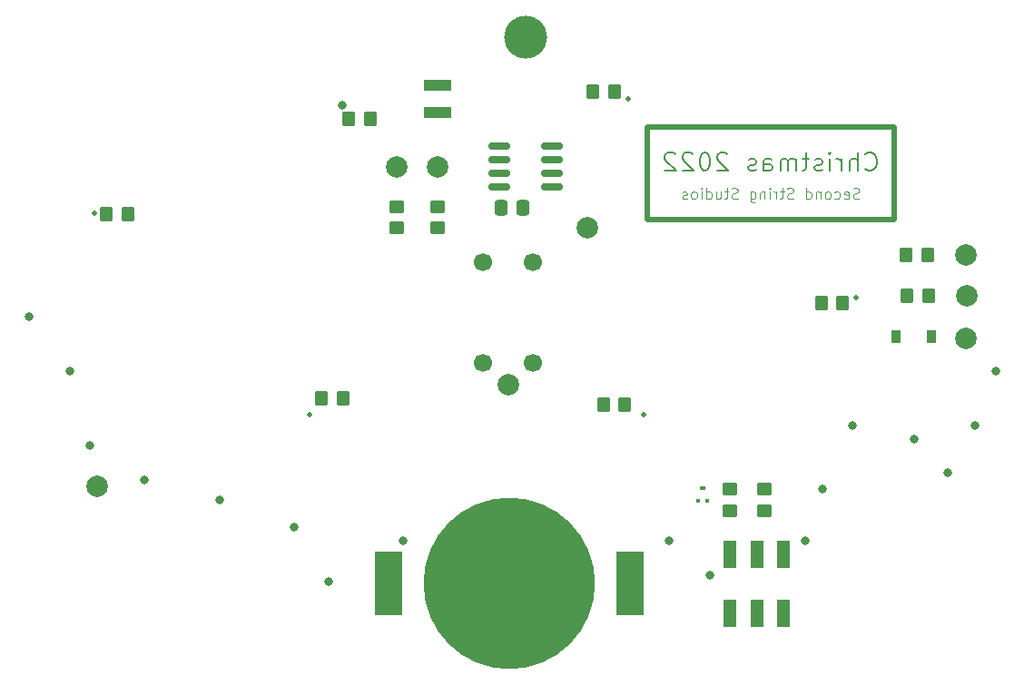
<source format=gbs>
%TF.GenerationSoftware,KiCad,Pcbnew,(6.0.2-0)*%
%TF.CreationDate,2022-12-05T13:59:39+01:00*%
%TF.ProjectId,ornament_2022,6f726e61-6d65-46e7-945f-323032322e6b,rev?*%
%TF.SameCoordinates,Original*%
%TF.FileFunction,Soldermask,Bot*%
%TF.FilePolarity,Negative*%
%FSLAX46Y46*%
G04 Gerber Fmt 4.6, Leading zero omitted, Abs format (unit mm)*
G04 Created by KiCad (PCBNEW (6.0.2-0)) date 2022-12-05 13:59:39*
%MOMM*%
%LPD*%
G01*
G04 APERTURE LIST*
G04 Aperture macros list*
%AMRoundRect*
0 Rectangle with rounded corners*
0 $1 Rounding radius*
0 $2 $3 $4 $5 $6 $7 $8 $9 X,Y pos of 4 corners*
0 Add a 4 corners polygon primitive as box body*
4,1,4,$2,$3,$4,$5,$6,$7,$8,$9,$2,$3,0*
0 Add four circle primitives for the rounded corners*
1,1,$1+$1,$2,$3*
1,1,$1+$1,$4,$5*
1,1,$1+$1,$6,$7*
1,1,$1+$1,$8,$9*
0 Add four rect primitives between the rounded corners*
20,1,$1+$1,$2,$3,$4,$5,0*
20,1,$1+$1,$4,$5,$6,$7,0*
20,1,$1+$1,$6,$7,$8,$9,0*
20,1,$1+$1,$8,$9,$2,$3,0*%
G04 Aperture macros list end*
%ADD10C,0.500000*%
%ADD11C,0.200000*%
%ADD12C,0.100000*%
%ADD13C,2.000000*%
%ADD14C,4.000000*%
%ADD15RoundRect,0.250000X-0.350000X-0.450000X0.350000X-0.450000X0.350000X0.450000X-0.350000X0.450000X0*%
%ADD16C,1.700000*%
%ADD17R,2.500000X1.000000*%
%ADD18RoundRect,0.250000X-0.450000X0.350000X-0.450000X-0.350000X0.450000X-0.350000X0.450000X0.350000X0*%
%ADD19RoundRect,0.250000X0.350000X0.450000X-0.350000X0.450000X-0.350000X-0.450000X0.350000X-0.450000X0*%
%ADD20RoundRect,0.250000X-0.337500X-0.475000X0.337500X-0.475000X0.337500X0.475000X-0.337500X0.475000X0*%
%ADD21R,0.400000X0.450000*%
%ADD22R,0.500000X0.450000*%
%ADD23RoundRect,0.250000X0.450000X-0.350000X0.450000X0.350000X-0.450000X0.350000X-0.450000X-0.350000X0*%
%ADD24R,0.900000X1.200000*%
%ADD25RoundRect,0.150000X-0.825000X-0.150000X0.825000X-0.150000X0.825000X0.150000X-0.825000X0.150000X0*%
%ADD26R,2.500000X6.000000*%
%ADD27C,16.000000*%
%ADD28R,1.200000X2.500000*%
%ADD29C,0.800000*%
%ADD30C,0.500000*%
G04 APERTURE END LIST*
D10*
X244538500Y-44577000D02*
X221551500Y-44577000D01*
X221551500Y-44577000D02*
X221551500Y-53213000D01*
X221551500Y-53213000D02*
X244538500Y-53213000D01*
X244538500Y-53213000D02*
X244538500Y-44577000D01*
D11*
X241868809Y-48486142D02*
X241949761Y-48567095D01*
X242192619Y-48648047D01*
X242354523Y-48648047D01*
X242597380Y-48567095D01*
X242759285Y-48405190D01*
X242840238Y-48243285D01*
X242921190Y-47919476D01*
X242921190Y-47676619D01*
X242840238Y-47352809D01*
X242759285Y-47190904D01*
X242597380Y-47029000D01*
X242354523Y-46948047D01*
X242192619Y-46948047D01*
X241949761Y-47029000D01*
X241868809Y-47109952D01*
X241140238Y-48648047D02*
X241140238Y-46948047D01*
X240411666Y-48648047D02*
X240411666Y-47757571D01*
X240492619Y-47595666D01*
X240654523Y-47514714D01*
X240897380Y-47514714D01*
X241059285Y-47595666D01*
X241140238Y-47676619D01*
X239602142Y-48648047D02*
X239602142Y-47514714D01*
X239602142Y-47838523D02*
X239521190Y-47676619D01*
X239440238Y-47595666D01*
X239278333Y-47514714D01*
X239116428Y-47514714D01*
X238549761Y-48648047D02*
X238549761Y-47514714D01*
X238549761Y-46948047D02*
X238630714Y-47029000D01*
X238549761Y-47109952D01*
X238468809Y-47029000D01*
X238549761Y-46948047D01*
X238549761Y-47109952D01*
X237821190Y-48567095D02*
X237659285Y-48648047D01*
X237335476Y-48648047D01*
X237173571Y-48567095D01*
X237092619Y-48405190D01*
X237092619Y-48324238D01*
X237173571Y-48162333D01*
X237335476Y-48081380D01*
X237578333Y-48081380D01*
X237740238Y-48000428D01*
X237821190Y-47838523D01*
X237821190Y-47757571D01*
X237740238Y-47595666D01*
X237578333Y-47514714D01*
X237335476Y-47514714D01*
X237173571Y-47595666D01*
X236606904Y-47514714D02*
X235959285Y-47514714D01*
X236364047Y-46948047D02*
X236364047Y-48405190D01*
X236283095Y-48567095D01*
X236121190Y-48648047D01*
X235959285Y-48648047D01*
X235392619Y-48648047D02*
X235392619Y-47514714D01*
X235392619Y-47676619D02*
X235311666Y-47595666D01*
X235149761Y-47514714D01*
X234906904Y-47514714D01*
X234745000Y-47595666D01*
X234664047Y-47757571D01*
X234664047Y-48648047D01*
X234664047Y-47757571D02*
X234583095Y-47595666D01*
X234421190Y-47514714D01*
X234178333Y-47514714D01*
X234016428Y-47595666D01*
X233935476Y-47757571D01*
X233935476Y-48648047D01*
X232397380Y-48648047D02*
X232397380Y-47757571D01*
X232478333Y-47595666D01*
X232640238Y-47514714D01*
X232964047Y-47514714D01*
X233125952Y-47595666D01*
X232397380Y-48567095D02*
X232559285Y-48648047D01*
X232964047Y-48648047D01*
X233125952Y-48567095D01*
X233206904Y-48405190D01*
X233206904Y-48243285D01*
X233125952Y-48081380D01*
X232964047Y-48000428D01*
X232559285Y-48000428D01*
X232397380Y-47919476D01*
X231668809Y-48567095D02*
X231506904Y-48648047D01*
X231183095Y-48648047D01*
X231021190Y-48567095D01*
X230940238Y-48405190D01*
X230940238Y-48324238D01*
X231021190Y-48162333D01*
X231183095Y-48081380D01*
X231425952Y-48081380D01*
X231587857Y-48000428D01*
X231668809Y-47838523D01*
X231668809Y-47757571D01*
X231587857Y-47595666D01*
X231425952Y-47514714D01*
X231183095Y-47514714D01*
X231021190Y-47595666D01*
X228997380Y-47109952D02*
X228916428Y-47029000D01*
X228754523Y-46948047D01*
X228349761Y-46948047D01*
X228187857Y-47029000D01*
X228106904Y-47109952D01*
X228025952Y-47271857D01*
X228025952Y-47433761D01*
X228106904Y-47676619D01*
X229078333Y-48648047D01*
X228025952Y-48648047D01*
X226973571Y-46948047D02*
X226811666Y-46948047D01*
X226649761Y-47029000D01*
X226568809Y-47109952D01*
X226487857Y-47271857D01*
X226406904Y-47595666D01*
X226406904Y-48000428D01*
X226487857Y-48324238D01*
X226568809Y-48486142D01*
X226649761Y-48567095D01*
X226811666Y-48648047D01*
X226973571Y-48648047D01*
X227135476Y-48567095D01*
X227216428Y-48486142D01*
X227297380Y-48324238D01*
X227378333Y-48000428D01*
X227378333Y-47595666D01*
X227297380Y-47271857D01*
X227216428Y-47109952D01*
X227135476Y-47029000D01*
X226973571Y-46948047D01*
X225759285Y-47109952D02*
X225678333Y-47029000D01*
X225516428Y-46948047D01*
X225111666Y-46948047D01*
X224949761Y-47029000D01*
X224868809Y-47109952D01*
X224787857Y-47271857D01*
X224787857Y-47433761D01*
X224868809Y-47676619D01*
X225840238Y-48648047D01*
X224787857Y-48648047D01*
X224140238Y-47109952D02*
X224059285Y-47029000D01*
X223897380Y-46948047D01*
X223492619Y-46948047D01*
X223330714Y-47029000D01*
X223249761Y-47109952D01*
X223168809Y-47271857D01*
X223168809Y-47433761D01*
X223249761Y-47676619D01*
X224221190Y-48648047D01*
X223168809Y-48648047D01*
D12*
X241283095Y-51204761D02*
X241140238Y-51252380D01*
X240902142Y-51252380D01*
X240806904Y-51204761D01*
X240759285Y-51157142D01*
X240711666Y-51061904D01*
X240711666Y-50966666D01*
X240759285Y-50871428D01*
X240806904Y-50823809D01*
X240902142Y-50776190D01*
X241092619Y-50728571D01*
X241187857Y-50680952D01*
X241235476Y-50633333D01*
X241283095Y-50538095D01*
X241283095Y-50442857D01*
X241235476Y-50347619D01*
X241187857Y-50300000D01*
X241092619Y-50252380D01*
X240854523Y-50252380D01*
X240711666Y-50300000D01*
X239902142Y-51204761D02*
X239997380Y-51252380D01*
X240187857Y-51252380D01*
X240283095Y-51204761D01*
X240330714Y-51109523D01*
X240330714Y-50728571D01*
X240283095Y-50633333D01*
X240187857Y-50585714D01*
X239997380Y-50585714D01*
X239902142Y-50633333D01*
X239854523Y-50728571D01*
X239854523Y-50823809D01*
X240330714Y-50919047D01*
X238997380Y-51204761D02*
X239092619Y-51252380D01*
X239283095Y-51252380D01*
X239378333Y-51204761D01*
X239425952Y-51157142D01*
X239473571Y-51061904D01*
X239473571Y-50776190D01*
X239425952Y-50680952D01*
X239378333Y-50633333D01*
X239283095Y-50585714D01*
X239092619Y-50585714D01*
X238997380Y-50633333D01*
X238425952Y-51252380D02*
X238521190Y-51204761D01*
X238568809Y-51157142D01*
X238616428Y-51061904D01*
X238616428Y-50776190D01*
X238568809Y-50680952D01*
X238521190Y-50633333D01*
X238425952Y-50585714D01*
X238283095Y-50585714D01*
X238187857Y-50633333D01*
X238140238Y-50680952D01*
X238092619Y-50776190D01*
X238092619Y-51061904D01*
X238140238Y-51157142D01*
X238187857Y-51204761D01*
X238283095Y-51252380D01*
X238425952Y-51252380D01*
X237664047Y-50585714D02*
X237664047Y-51252380D01*
X237664047Y-50680952D02*
X237616428Y-50633333D01*
X237521190Y-50585714D01*
X237378333Y-50585714D01*
X237283095Y-50633333D01*
X237235476Y-50728571D01*
X237235476Y-51252380D01*
X236330714Y-51252380D02*
X236330714Y-50252380D01*
X236330714Y-51204761D02*
X236425952Y-51252380D01*
X236616428Y-51252380D01*
X236711666Y-51204761D01*
X236759285Y-51157142D01*
X236806904Y-51061904D01*
X236806904Y-50776190D01*
X236759285Y-50680952D01*
X236711666Y-50633333D01*
X236616428Y-50585714D01*
X236425952Y-50585714D01*
X236330714Y-50633333D01*
X235140238Y-51204761D02*
X234997380Y-51252380D01*
X234759285Y-51252380D01*
X234664047Y-51204761D01*
X234616428Y-51157142D01*
X234568809Y-51061904D01*
X234568809Y-50966666D01*
X234616428Y-50871428D01*
X234664047Y-50823809D01*
X234759285Y-50776190D01*
X234949761Y-50728571D01*
X235045000Y-50680952D01*
X235092619Y-50633333D01*
X235140238Y-50538095D01*
X235140238Y-50442857D01*
X235092619Y-50347619D01*
X235045000Y-50300000D01*
X234949761Y-50252380D01*
X234711666Y-50252380D01*
X234568809Y-50300000D01*
X234283095Y-50585714D02*
X233902142Y-50585714D01*
X234140238Y-50252380D02*
X234140238Y-51109523D01*
X234092619Y-51204761D01*
X233997380Y-51252380D01*
X233902142Y-51252380D01*
X233568809Y-51252380D02*
X233568809Y-50585714D01*
X233568809Y-50776190D02*
X233521190Y-50680952D01*
X233473571Y-50633333D01*
X233378333Y-50585714D01*
X233283095Y-50585714D01*
X232949761Y-51252380D02*
X232949761Y-50585714D01*
X232949761Y-50252380D02*
X232997380Y-50300000D01*
X232949761Y-50347619D01*
X232902142Y-50300000D01*
X232949761Y-50252380D01*
X232949761Y-50347619D01*
X232473571Y-50585714D02*
X232473571Y-51252380D01*
X232473571Y-50680952D02*
X232425952Y-50633333D01*
X232330714Y-50585714D01*
X232187857Y-50585714D01*
X232092619Y-50633333D01*
X232045000Y-50728571D01*
X232045000Y-51252380D01*
X231140238Y-50585714D02*
X231140238Y-51395238D01*
X231187857Y-51490476D01*
X231235476Y-51538095D01*
X231330714Y-51585714D01*
X231473571Y-51585714D01*
X231568809Y-51538095D01*
X231140238Y-51204761D02*
X231235476Y-51252380D01*
X231425952Y-51252380D01*
X231521190Y-51204761D01*
X231568809Y-51157142D01*
X231616428Y-51061904D01*
X231616428Y-50776190D01*
X231568809Y-50680952D01*
X231521190Y-50633333D01*
X231425952Y-50585714D01*
X231235476Y-50585714D01*
X231140238Y-50633333D01*
X229949761Y-51204761D02*
X229806904Y-51252380D01*
X229568809Y-51252380D01*
X229473571Y-51204761D01*
X229425952Y-51157142D01*
X229378333Y-51061904D01*
X229378333Y-50966666D01*
X229425952Y-50871428D01*
X229473571Y-50823809D01*
X229568809Y-50776190D01*
X229759285Y-50728571D01*
X229854523Y-50680952D01*
X229902142Y-50633333D01*
X229949761Y-50538095D01*
X229949761Y-50442857D01*
X229902142Y-50347619D01*
X229854523Y-50300000D01*
X229759285Y-50252380D01*
X229521190Y-50252380D01*
X229378333Y-50300000D01*
X229092619Y-50585714D02*
X228711666Y-50585714D01*
X228949761Y-50252380D02*
X228949761Y-51109523D01*
X228902142Y-51204761D01*
X228806904Y-51252380D01*
X228711666Y-51252380D01*
X227949761Y-50585714D02*
X227949761Y-51252380D01*
X228378333Y-50585714D02*
X228378333Y-51109523D01*
X228330714Y-51204761D01*
X228235476Y-51252380D01*
X228092619Y-51252380D01*
X227997380Y-51204761D01*
X227949761Y-51157142D01*
X227045000Y-51252380D02*
X227045000Y-50252380D01*
X227045000Y-51204761D02*
X227140238Y-51252380D01*
X227330714Y-51252380D01*
X227425952Y-51204761D01*
X227473571Y-51157142D01*
X227521190Y-51061904D01*
X227521190Y-50776190D01*
X227473571Y-50680952D01*
X227425952Y-50633333D01*
X227330714Y-50585714D01*
X227140238Y-50585714D01*
X227045000Y-50633333D01*
X226568809Y-51252380D02*
X226568809Y-50585714D01*
X226568809Y-50252380D02*
X226616428Y-50300000D01*
X226568809Y-50347619D01*
X226521190Y-50300000D01*
X226568809Y-50252380D01*
X226568809Y-50347619D01*
X225949761Y-51252380D02*
X226045000Y-51204761D01*
X226092619Y-51157142D01*
X226140238Y-51061904D01*
X226140238Y-50776190D01*
X226092619Y-50680952D01*
X226045000Y-50633333D01*
X225949761Y-50585714D01*
X225806904Y-50585714D01*
X225711666Y-50633333D01*
X225664047Y-50680952D01*
X225616428Y-50776190D01*
X225616428Y-51061904D01*
X225664047Y-51157142D01*
X225711666Y-51204761D01*
X225806904Y-51252380D01*
X225949761Y-51252380D01*
X225235476Y-51204761D02*
X225140238Y-51252380D01*
X224949761Y-51252380D01*
X224854523Y-51204761D01*
X224806904Y-51109523D01*
X224806904Y-51061904D01*
X224854523Y-50966666D01*
X224949761Y-50919047D01*
X225092619Y-50919047D01*
X225187857Y-50871428D01*
X225235476Y-50776190D01*
X225235476Y-50728571D01*
X225187857Y-50633333D01*
X225092619Y-50585714D01*
X224949761Y-50585714D01*
X224854523Y-50633333D01*
D13*
%TO.C,TP5*%
X208534000Y-68580000D03*
%TD*%
%TO.C,TP8*%
X251301954Y-60325000D03*
%TD*%
%TO.C,TP7*%
X251248826Y-56515000D03*
%TD*%
%TO.C,TP6*%
X251248826Y-64243474D03*
%TD*%
%TO.C,TP2*%
X170180000Y-78105000D03*
%TD*%
D14*
%TO.C,REF\u002A\u002A*%
X210185000Y-36195000D03*
%TD*%
D15*
%TO.C,R2*%
X245650000Y-56515000D03*
X247650000Y-56515000D03*
%TD*%
D16*
%TO.C,J4*%
X206216954Y-57150000D03*
%TD*%
D13*
%TO.C,TP1*%
X215900000Y-53975000D03*
%TD*%
D17*
%TO.C,J2*%
X201930000Y-40640000D03*
X201930000Y-43180000D03*
%TD*%
D18*
%TO.C,R12*%
X198120000Y-51975000D03*
X198120000Y-53975000D03*
%TD*%
D13*
%TO.C,TP4*%
X198120000Y-48260000D03*
%TD*%
D15*
%TO.C,R8*%
X195675000Y-43815000D03*
X193675000Y-43815000D03*
%TD*%
D16*
%TO.C,J1*%
X210820000Y-57150000D03*
%TD*%
D18*
%TO.C,R11*%
X201930000Y-51975000D03*
X201930000Y-53975000D03*
%TD*%
D19*
%TO.C,R10*%
X247745000Y-60325000D03*
X245745000Y-60325000D03*
%TD*%
D13*
%TO.C,TP3*%
X201930000Y-48260000D03*
%TD*%
D20*
%TO.C,C1*%
X207877500Y-52070000D03*
X209952500Y-52070000D03*
%TD*%
D19*
%TO.C,R7*%
X219440000Y-70485000D03*
X217440000Y-70485000D03*
%TD*%
D21*
%TO.C,Q2*%
X227095000Y-79442000D03*
X226295000Y-79442000D03*
D22*
X226695000Y-78292000D03*
%TD*%
D23*
%TO.C,R1*%
X232410000Y-80375000D03*
X232410000Y-78375000D03*
%TD*%
D24*
%TO.C,D1*%
X244730000Y-64135000D03*
X248030000Y-64135000D03*
%TD*%
D16*
%TO.C,J3*%
X210820000Y-66548000D03*
%TD*%
%TO.C,J5*%
X206216954Y-66548000D03*
%TD*%
D25*
%TO.C,U1*%
X207710000Y-50165000D03*
X207710000Y-48895000D03*
X207710000Y-47625000D03*
X207710000Y-46355000D03*
X212660000Y-46355000D03*
X212660000Y-47625000D03*
X212660000Y-48895000D03*
X212660000Y-50165000D03*
%TD*%
D15*
%TO.C,R6*%
X191135000Y-69850000D03*
X193135000Y-69850000D03*
%TD*%
D26*
%TO.C,BT1*%
X219903826Y-87103474D03*
X197403826Y-87103474D03*
D27*
X208653826Y-87103474D03*
%TD*%
D28*
%TO.C,S1*%
X229235000Y-84455000D03*
X231735000Y-84455000D03*
X234235000Y-84455000D03*
X229235000Y-89955000D03*
X231735000Y-89955000D03*
X234235000Y-89955000D03*
%TD*%
D18*
%TO.C,R9*%
X229235000Y-78375000D03*
X229235000Y-80375000D03*
%TD*%
D19*
%TO.C,R4*%
X218440000Y-41275000D03*
X216440000Y-41275000D03*
%TD*%
%TO.C,R3*%
X239760000Y-60960000D03*
X237760000Y-60960000D03*
%TD*%
D15*
%TO.C,R5*%
X171085000Y-52705000D03*
X173085000Y-52705000D03*
%TD*%
D29*
X193040000Y-42545000D03*
X163830000Y-62230000D03*
X236220000Y-83185000D03*
X191770000Y-86995000D03*
X252095000Y-72390000D03*
X181610000Y-79375000D03*
X249555000Y-76835000D03*
X223520000Y-83185000D03*
X167640000Y-67310000D03*
X240665000Y-72390000D03*
X227330000Y-86360000D03*
X246380000Y-73660000D03*
X169545000Y-74295000D03*
X254000000Y-67310000D03*
X237855000Y-78375000D03*
X198755000Y-83185000D03*
X174625000Y-77470000D03*
X188595000Y-81915000D03*
D30*
X240957332Y-60479835D03*
X219710000Y-41910000D03*
X169932123Y-52595738D03*
X189992000Y-71374000D03*
X221161564Y-71369093D03*
M02*

</source>
